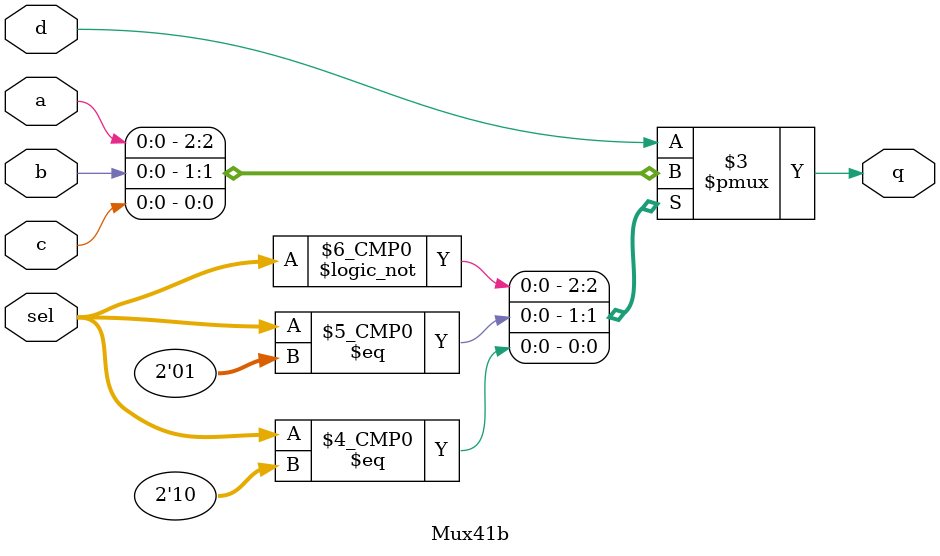
<source format=v>
`timescale 1ns / 1ps


module Mux41b(
    input wire a,
    input wire b,
    input wire c,
    input wire d,
    input wire [1:0] sel,
    
    output reg q

    );
    
    always@(*)
    begin
        case(sel)
            2'd0: q = a;
            2'd1: q = b;
            2'd2: q = c;
            default: q = d;
        endcase
    
    
    end
    
endmodule

</source>
